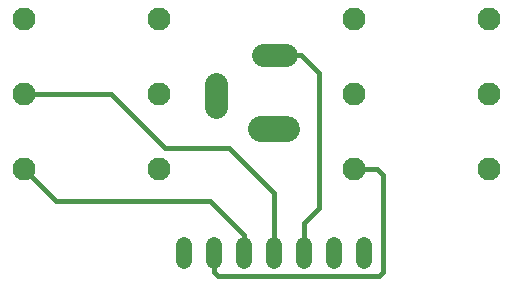
<source format=gtl>
G75*
%MOIN*%
%OFA0B0*%
%FSLAX25Y25*%
%IPPOS*%
%LPD*%
%AMOC8*
5,1,8,0,0,1.08239X$1,22.5*
%
%ADD10C,0.07600*%
%ADD11C,0.08600*%
%ADD12C,0.07677*%
%ADD13C,0.05400*%
%ADD14C,0.01600*%
%ADD15C,0.01000*%
D10*
X0083833Y0060200D02*
X0083833Y0067800D01*
X0099533Y0077500D02*
X0107133Y0077500D01*
D11*
X0107633Y0053000D02*
X0099033Y0053000D01*
D12*
X0129869Y0064768D03*
X0129869Y0089768D03*
X0174869Y0089768D03*
X0174869Y0064768D03*
X0174869Y0039768D03*
X0129869Y0039768D03*
X0064869Y0039768D03*
X0064869Y0064768D03*
X0064869Y0089768D03*
X0019869Y0089768D03*
X0019869Y0064768D03*
X0019869Y0039768D03*
D13*
X0073333Y0014200D02*
X0073333Y0008800D01*
X0083333Y0008800D02*
X0083333Y0014200D01*
X0093333Y0014200D02*
X0093333Y0008800D01*
X0103333Y0008800D02*
X0103333Y0014200D01*
X0113333Y0014200D02*
X0113333Y0008800D01*
X0123333Y0008800D02*
X0123333Y0014200D01*
X0133333Y0014200D02*
X0133333Y0008800D01*
D14*
X0030636Y0029000D02*
X0019869Y0039768D01*
X0030636Y0029000D02*
X0082083Y0029000D01*
X0093333Y0017750D01*
X0093333Y0011500D01*
X0103333Y0011500D02*
X0103333Y0031500D01*
X0088333Y0046500D01*
X0067083Y0046500D01*
X0048816Y0064768D01*
X0019869Y0064768D01*
X0083333Y0011500D02*
X0083333Y0005250D01*
X0084583Y0004000D01*
X0138333Y0004000D01*
X0139583Y0005250D01*
X0139583Y0037750D01*
X0138333Y0039000D01*
X0137566Y0039768D02*
X0129869Y0039768D01*
X0118333Y0026500D02*
X0113333Y0021500D01*
X0113333Y0011500D01*
X0118333Y0026500D02*
X0118333Y0071500D01*
X0112333Y0077500D01*
X0103333Y0077500D01*
D15*
X0137566Y0039768D02*
X0138333Y0039000D01*
M02*

</source>
